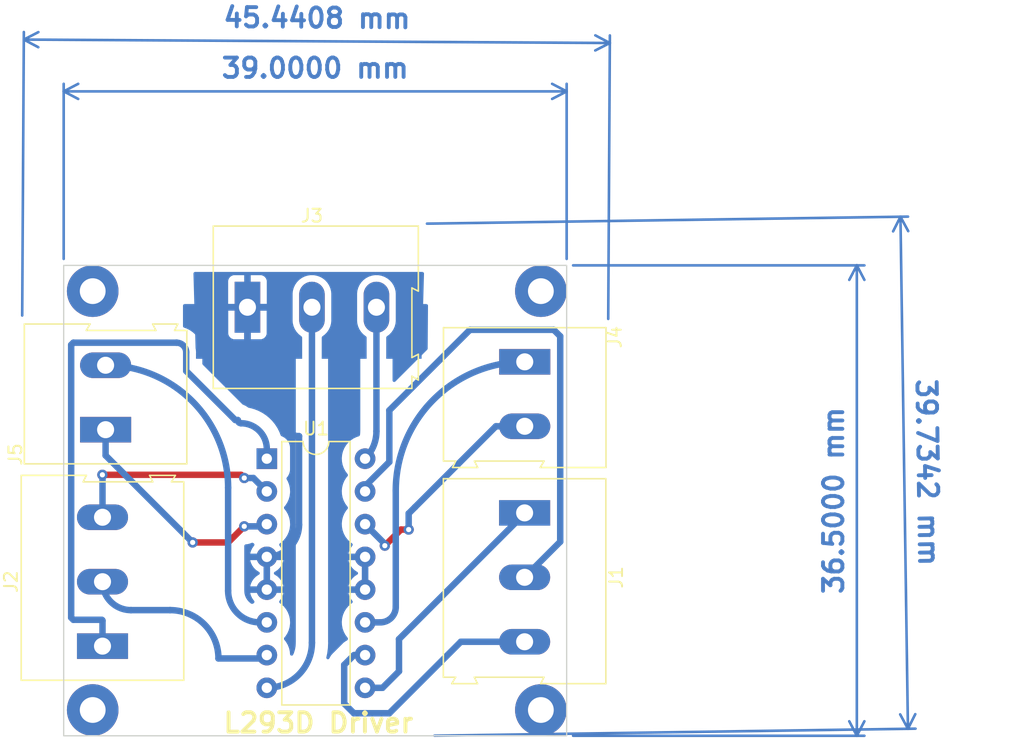
<source format=kicad_pcb>
(kicad_pcb (version 20211014) (generator pcbnew)
  (layers (0 "F.Cu" signal) (31 "B.Cu" signal) (34 "B.Paste" user) (35 "F.Paste" user) (36 "B.SilkS" user "B.Silkscreen") (37 "F.SilkS" user "F.Silkscreen") (38 "B.Mask" user) (39 "F.Mask" user) (44 "Edge.Cuts" user))
  (net 0 "")
  (net 1 "ENB")
  (net 2 "IN4")
  (net 3 "IN3")
  (net 4 "ENA")
  (net 5 "IN2")
  (net 6 "IN1")
  (net 7 "GND")
  (net 8 "MOTOR_POWER")
  (net 9 "VCC")
  (net 10 "Net-(J4-Pad1)")
  (net 11 "Net-(J4-Pad2)")
  (net 12 "Net-(J5-Pad1)")
  (net 13 "Net-(J5-Pad2)")
  (footprint "TerminalBlock:TerminalBlock_Altech_AK300-3_P5.00mm" (layer "F.Cu") (at 130.5 55.5)
    (fp_text reference "J3" (at 5 -7.1) (layer "F.SilkS"))
    (fp_text value "power")
    (fp_line (start 13.25 -1.25) (end 13.25 -6.3) (layer "F.SilkS") (width 0.12))
    (fp_line (start 12.75 -1.5) (end 13.25 -1.25) (layer "F.SilkS") (width 0.12))
    (fp_line (start 13.25 3.65) (end 12.75 3.9) (layer "F.SilkS") (width 0.12))
    (fp_line (start 13.25 -6.3) (end -2.65 -6.3) (layer "F.SilkS") (width 0.12))
    (fp_line (start 12.75 6.3) (end 12.75 5.35) (layer "F.SilkS") (width 0.12))
    (fp_line (start 12.75 3.9) (end 12.75 -1.5) (layer "F.SilkS") (width 0.12))
    (fp_line (start 12.75 5.35) (end 13.25 5.65) (layer "F.SilkS") (width 0.12))
    (fp_line (start 13.25 5.65) (end 13.25 3.65) (layer "F.SilkS") (width 0.12))
    (fp_line (start -2.65 -6.3) (end -2.65 6.3) (layer "F.SilkS") (width 0.12))
    (fp_line (start -2.65 6.3) (end 12.75 6.3) (layer "F.SilkS") (width 0.12))
    (pad "1" thru_hole rect (at 0 0) (size 1.98 3.96) (drill 1.32) (layers *.Cu *.Mask) (net 7 "GND"))
    (pad "2" thru_hole oval (at 5 0) (size 1.98 3.96) (drill 1.32) (layers *.Cu *.Mask) (net 8 "MOTOR_POWER"))
    (pad "3" thru_hole oval (at 10 0) (size 1.98 3.96) (drill 1.32) (layers *.Cu *.Mask) (net 9 "VCC"))
  )
  (footprint "TerminalBlock:TerminalBlock_Altech_AK300-2_P5.00mm" (layer "F.Cu") (at 119.5 65 90)
    (fp_text reference "J5" (at -1.92 -6.99 90) (layer "F.SilkS"))
    (fp_text value "MotorB")
    (fp_line (start 7.7 6.3) (end 7.7 5.35) (layer "F.SilkS") (width 0.12))
    (fp_line (start 8.2 3.65) (end 7.7 3.9) (layer "F.SilkS") (width 0.12))
    (fp_line (start -2.65 6.3) (end 7.7 6.3) (layer "F.SilkS") (width 0.12))
    (fp_line (start 7.7 -1.5) (end 8.2 -1.2) (layer "F.SilkS") (width 0.12))
    (fp_line (start 7.7 5.35) (end 8.2 5.6) (layer "F.SilkS") (width 0.12))
    (fp_line (start 8.2 -6.3) (end -2.65 -6.3) (layer "F.SilkS") (width 0.12))
    (fp_line (start 8.2 -1.2) (end 8.2 -6.3) (layer "F.SilkS") (width 0.12))
    (fp_line (start -2.65 -6.3) (end -2.65 6.3) (layer "F.SilkS") (width 0.12))
    (fp_line (start 7.7 3.9) (end 7.7 -1.5) (layer "F.SilkS") (width 0.12))
    (fp_line (start 8.2 3.7) (end 8.2 3.65) (layer "F.SilkS") (width 0.12))
    (fp_line (start 8.2 5.6) (end 8.2 3.7) (layer "F.SilkS") (width 0.12))
    (pad "1" thru_hole rect (at 0 0 90) (size 1.98 3.96) (drill 1.32) (layers *.Cu *.Mask) (net 12 "Net-(J5-Pad1)"))
    (pad "2" thru_hole oval (at 5 0 90) (size 1.98 3.96) (drill 1.32) (layers *.Cu *.Mask) (net 13 "Net-(J5-Pad2)"))
  )
  (footprint "Package_DIP:DIP-16_W7.62mm" (layer "F.Cu") (at 132 67.25)
    (fp_text reference "U1" (at 3.81 -2.33) (layer "F.SilkS"))
    (fp_text value "L293D")
    (fp_line (start 2.81 -1.33) (end 1.16 -1.33) (layer "F.SilkS") (width 0.12))
    (fp_line (start 6.46 19.11) (end 6.46 -1.33) (layer "F.SilkS") (width 0.12))
    (fp_line (start 1.16 -1.33) (end 1.16 19.11) (layer "F.SilkS") (width 0.12))
    (fp_line (start 6.46 -1.33) (end 4.81 -1.33) (layer "F.SilkS") (width 0.12))
    (fp_line (start 1.16 19.11) (end 6.46 19.11) (layer "F.SilkS") (width 0.12))
    (fp_arc (start 4.81 -1.33) (mid 3.81 -0.33) (end 2.81 -1.33) (layer "F.SilkS") (width 0.12))
    (pad "1" thru_hole rect (at 0 0) (size 1.6 1.6) (drill 0.8) (layers *.Cu *.Mask) (net 4 "ENA"))
    (pad "2" thru_hole oval (at 0 2.54) (size 1.6 1.6) (drill 0.8) (layers *.Cu *.Mask) (net 6 "IN1"))
    (pad "3" thru_hole oval (at 0 5.08) (size 1.6 1.6) (drill 0.8) (layers *.Cu *.Mask) (net 12 "Net-(J5-Pad1)"))
    (pad "4" thru_hole oval (at 0 7.62) (size 1.6 1.6) (drill 0.8) (layers *.Cu *.Mask) (net 7 "GND"))
    (pad "5" thru_hole oval (at 0 10.16) (size 1.6 1.6) (drill 0.8) (layers *.Cu *.Mask) (net 7 "GND"))
    (pad "6" thru_hole oval (at 0 12.7) (size 1.6 1.6) (drill 0.8) (layers *.Cu *.Mask) (net 13 "Net-(J5-Pad2)"))
    (pad "7" thru_hole oval (at 0 15.24) (size 1.6 1.6) (drill 0.8) (layers *.Cu *.Mask) (net 5 "IN2"))
    (pad "8" thru_hole oval (at 0 17.78) (size 1.6 1.6) (drill 0.8) (layers *.Cu *.Mask) (net 8 "MOTOR_POWER"))
    (pad "9" thru_hole oval (at 7.62 17.78) (size 1.6 1.6) (drill 0.8) (layers *.Cu *.Mask) (net 1 "ENB"))
    (pad "10" thru_hole oval (at 7.62 15.24) (size 1.6 1.6) (drill 0.8) (layers *.Cu *.Mask) (net 3 "IN3"))
    (pad "11" thru_hole oval (at 7.62 12.7) (size 1.6 1.6) (drill 0.8) (layers *.Cu *.Mask) (net 10 "Net-(J4-Pad1)"))
    (pad "12" thru_hole oval (at 7.62 10.16) (size 1.6 1.6) (drill 0.8) (layers *.Cu *.Mask) (net 7 "GND"))
    (pad "13" thru_hole oval (at 7.62 7.62) (size 1.6 1.6) (drill 0.8) (layers *.Cu *.Mask) (net 7 "GND"))
    (pad "14" thru_hole oval (at 7.62 5.08) (size 1.6 1.6) (drill 0.8) (layers *.Cu *.Mask) (net 11 "Net-(J4-Pad2)"))
    (pad "15" thru_hole oval (at 7.62 2.54) (size 1.6 1.6) (drill 0.8) (layers *.Cu *.Mask) (net 2 "IN4"))
    (pad "16" thru_hole oval (at 7.62 0) (size 1.6 1.6) (drill 0.8) (layers *.Cu *.Mask) (net 9 "VCC"))
  )
  (footprint "TerminalBlock:TerminalBlock_Altech_AK300-2_P5.00mm" (layer "F.Cu") (at 152 59.735 -90)
    (fp_text reference "J4" (at -1.92 -6.99 90) (layer "F.SilkS"))
    (fp_text value "MotorA")
    (fp_line (start 8.2 -6.3) (end -2.65 -6.3) (layer "F.SilkS") (width 0.12))
    (fp_line (start -2.65 6.3) (end 7.7 6.3) (layer "F.SilkS") (width 0.12))
    (fp_line (start 7.7 3.9) (end 7.7 -1.5) (layer "F.SilkS") (width 0.12))
    (fp_line (start 8.2 5.6) (end 8.2 3.7) (layer "F.SilkS") (width 0.12))
    (fp_line (start 8.2 3.65) (end 7.7 3.9) (layer "F.SilkS") (width 0.12))
    (fp_line (start 7.7 -1.5) (end 8.2 -1.2) (layer "F.SilkS") (width 0.12))
    (fp_line (start -2.65 -6.3) (end -2.65 6.3) (layer "F.SilkS") (width 0.12))
    (fp_line (start 8.2 3.7) (end 8.2 3.65) (layer "F.SilkS") (width 0.12))
    (fp_line (start 8.2 -1.2) (end 8.2 -6.3) (layer "F.SilkS") (width 0.12))
    (fp_line (start 7.7 5.35) (end 8.2 5.6) (layer "F.SilkS") (width 0.12))
    (fp_line (start 7.7 6.3) (end 7.7 5.35) (layer "F.SilkS") (width 0.12))
    (pad "1" thru_hole rect (at 0 0 270) (size 1.98 3.96) (drill 1.32) (layers *.Cu *.Mask) (net 10 "Net-(J4-Pad1)"))
    (pad "2" thru_hole oval (at 5 0 270) (size 1.98 3.96) (drill 1.32) (layers *.Cu *.Mask) (net 11 "Net-(J4-Pad2)"))
  )
  (footprint "TerminalBlock:TerminalBlock_Altech_AK300-3_P5.00mm" (layer "F.Cu") (at 151.99 71.455 -90)
    (fp_text reference "J1" (at 5 -7.1 90) (layer "F.SilkS"))
    (fp_text value "in3, in4, enb")
    (fp_line (start 13.25 -1.25) (end 13.25 -6.3) (layer "F.SilkS") (width 0.12))
    (fp_line (start 12.75 5.35) (end 13.25 5.65) (layer "F.SilkS") (width 0.12))
    (fp_line (start 13.25 5.65) (end 13.25 3.65) (layer "F.SilkS") (width 0.12))
    (fp_line (start 12.75 3.9) (end 12.75 -1.5) (layer "F.SilkS") (width 0.12))
    (fp_line (start 13.25 -6.3) (end -2.65 -6.3) (layer "F.SilkS") (width 0.12))
    (fp_line (start 12.75 6.3) (end 12.75 5.35) (layer "F.SilkS") (width 0.12))
    (fp_line (start 12.75 -1.5) (end 13.25 -1.25) (layer "F.SilkS") (width 0.12))
    (fp_line (start -2.65 6.3) (end 12.75 6.3) (layer "F.SilkS") (width 0.12))
    (fp_line (start -2.65 -6.3) (end -2.65 6.3) (layer "F.SilkS") (width 0.12))
    (fp_line (start 13.25 3.65) (end 12.75 3.9) (layer "F.SilkS") (width 0.12))
    (pad "1" thru_hole rect (at 0 0 270) (size 1.98 3.96) (drill 1.32) (layers *.Cu *.Mask) (net 1 "ENB"))
    (pad "2" thru_hole oval (at 5 0 270) (size 1.98 3.96) (drill 1.32) (layers *.Cu *.Mask) (net 2 "IN4"))
    (pad "3" thru_hole oval (at 10 0 270) (size 1.98 3.96) (drill 1.32) (layers *.Cu *.Mask) (net 3 "IN3"))
  )
  (footprint "TerminalBlock:TerminalBlock_Altech_AK300-3_P5.00mm" (layer "F.Cu") (at 119.26 81.795 90)
    (fp_text reference "J2" (at 5 -7.1 90) (layer "F.SilkS"))
    (fp_text value "in1, in2, ena")
    (fp_line (start 12.75 -1.5) (end 13.25 -1.25) (layer "F.SilkS") (width 0.12))
    (fp_line (start 12.75 6.3) (end 12.75 5.35) (layer "F.SilkS") (width 0.12))
    (fp_line (start 13.25 3.65) (end 12.75 3.9) (layer "F.SilkS") (width 0.12))
    (fp_line (start 12.75 3.9) (end 12.75 -1.5) (layer "F.SilkS") (width 0.12))
    (fp_line (start -2.65 6.3) (end 12.75 6.3) (layer "F.SilkS") (width 0.12))
    (fp_line (start 13.25 -6.3) (end -2.65 -6.3) (layer "F.SilkS") (width 0.12))
    (fp_line (start -2.65 -6.3) (end -2.65 6.3) (layer "F.SilkS") (width 0.12))
    (fp_line (start 12.75 5.35) (end 13.25 5.65) (layer "F.SilkS") (width 0.12))
    (fp_line (start 13.25 -1.25) (end 13.25 -6.3) (layer "F.SilkS") (width 0.12))
    (fp_line (start 13.25 5.65) (end 13.25 3.65) (layer "F.SilkS") (width 0.12))
    (pad "1" thru_hole rect (at 0 0 90) (size 1.98 3.96) (drill 1.32) (layers *.Cu *.Mask) (net 4 "ENA"))
    (pad "2" thru_hole oval (at 5 0 90) (size 1.98 3.96) (drill 1.32) (layers *.Cu *.Mask) (net 5 "IN2"))
    (pad "3" thru_hole oval (at 10 0 90) (size 1.98 3.96) (drill 1.32) (layers *.Cu *.Mask) (net 6 "IN1"))
  )
  (gr_rect (start 116.25 52.25) (end 155.25 88.75) (layer "Edge.Cuts") (width 0.1) (fill none))
  (gr_text "L293D Driver" (at 136 87.75) (layer "F.SilkS") (effects (font (size 1.5 1.5) (thickness 0.3))))
  (dimension (type aligned) (layer "B.Cu") (pts (xy 116.25 52.25) (xy 155.25 52.25)) (height -13.5) (gr_text "39.0000 mm" (at 135.75 36.95) (layer "B.Cu") (effects (font (size 1.5 1.5) (thickness 0.3)))) (format (units 3) (units_format 1) (precision 4)) (style (thickness 0.2) (arrow_length 1.27) (text_position_mode 0) (extension_height 0.58642) (extension_offset 0.5) keep_text_aligned))
  (dimension (type aligned) (layer "B.Cu") (pts (xy 155.25 52.25) (xy 155.25 88.75)) (height -22.5) (gr_text "36.5000 mm" (at 175.95 70.5 90) (layer "B.Cu") (effects (font (size 1.5 1.5) (thickness 0.3)))) (format (units 3) (units_format 1) (precision 4)) (style (thickness 0.2) (arrow_length 1.27) (text_position_mode 0) (extension_height 0.58642) (extension_offset 0.5) keep_text_aligned))
  (dimension (type aligned) (layer "B.Cu") (pts (xy 113.03 56.64) (xy 158.47 56.905)) (height -21.909176) (gr_text "45.4408 mm" (at 135.888266 33.063728 359.6658625) (layer "B.Cu") (effects (font (size 1.5 1.5) (thickness 0.3)))) (format (units 3) (units_format 1) (precision 4)) (style (thickness 0.2) (arrow_length 1.27) (text_position_mode 0) (extension_height 0.58642) (extension_offset 0.5) keep_text_aligned))
  (dimension (type aligned) (layer "B.Cu") (pts (xy 143.92 49.02) (xy 144.5 88.75)) (height -37.216837) (gr_text "39.7342 mm" (at 183.22268 68.315471 270.8363753) (layer "B.Cu") (effects (font (size 1.5 1.5) (thickness 0.3)))) (format (units 3) (units_format 1) (precision 4)) (style (thickness 0.2) (arrow_length 1.27) (text_position_mode 0) (extension_height 0.58642) (extension_offset 0.5) keep_text_aligned))
  (via (at 153.25 86.7505) (size 4) (drill 2) (layers "F.Cu" "B.Cu") (net 0))
  (via (at 118.5 54.25) (size 4) (drill 2) (layers "F.Cu" "B.Cu") (net 0))
  (via (at 118.5 86.75) (size 4) (drill 2) (layers "F.Cu" "B.Cu") (net 0))
  (via (at 153.25 54.25) (size 4) (drill 2) (layers "F.Cu" "B.Cu") (net 0))
  (segment (start 151.99 71.51) (end 142.25 81.25) (width 0.5) (layer "B.Cu") (net 1))
  (segment (start 151.99 71.455) (end 151.99 71.51) (width 0.5) (layer "B.Cu") (net 1))
  (segment (start 142.25 81.25) (end 142.25 83.75) (width 0.5) (layer "B.Cu") (net 1))
  (segment (start 140.97 85.03) (end 139.62 85.03) (width 0.5) (layer "B.Cu") (net 1))
  (segment (start 142.25 83.75) (end 140.97 85.03) (width 0.5) (layer "B.Cu") (net 1))
  (segment (start 139.62 69.38) (end 139.62 69.79) (width 0.5) (layer "B.Cu") (net 2))
  (segment (start 154.75 73.695) (end 154.75 57.75) (width 0.5) (layer "B.Cu") (net 2))
  (segment (start 141.5 67.5) (end 139.62 69.38) (width 0.5) (layer "B.Cu") (net 2))
  (segment (start 154.75 57.75) (end 154.25 57.25) (width 0.5) (layer "B.Cu") (net 2))
  (segment (start 151.99 76.455) (end 154.75 73.695) (width 0.5) (layer "B.Cu") (net 2))
  (segment (start 154.25 57.25) (end 147.75 57.25) (width 0.5) (layer "B.Cu") (net 2))
  (segment (start 141.5 63.5) (end 141.5 67.5) (width 0.5) (layer "B.Cu") (net 2))
  (segment (start 147.75 57.25) (end 141.5 63.5) (width 0.5) (layer "B.Cu") (net 2))
  (segment (start 151.99 81.455) (end 147.045 81.455) (width 0.5) (layer "B.Cu") (net 3))
  (segment (start 138.75 87) (end 138 86.25) (width 0.5) (layer "B.Cu") (net 3))
  (segment (start 147.045 81.455) (end 141.5 87) (width 0.5) (layer "B.Cu") (net 3))
  (segment (start 138 86.25) (end 138 83.25) (width 0.5) (layer "B.Cu") (net 3))
  (segment (start 138.76 82.49) (end 139.62 82.49) (width 0.5) (layer "B.Cu") (net 3))
  (segment (start 141.5 87) (end 138.75 87) (width 0.5) (layer "B.Cu") (net 3))
  (segment (start 138 83.25) (end 138.76 82.49) (width 0.5) (layer "B.Cu") (net 3))
  (segment (start 125.75 60.44398) (end 129.553611 64.247591) (width 0.5) (layer "B.Cu") (net 4))
  (segment (start 129.553611 64.247591) (end 129.75 64.25) (width 0.5) (layer "B.Cu") (net 4))
  (segment (start 117 58.25) (end 125 58.25) (width 0.5) (layer "B.Cu") (net 4))
  (segment (start 119.188532 79.75) (end 117 79.75) (width 0.5) (layer "B.Cu") (net 4))
  (segment (start 117 79.75) (end 116.83 79.58) (width 0.5) (layer "B.Cu") (net 4))
  (segment (start 119.26 81.795) (end 119.26 79.821468) (width 0.5) (layer "B.Cu") (net 4))
  (segment (start 132 66.5) (end 132 67.25) (width 0.5) (layer "B.Cu") (net 4))
  (segment (start 116.83 79.58) (end 116.83 58.42) (width 0.5) (layer "B.Cu") (net 4))
  (segment (start 116.83 58.42) (end 117 58.25) (width 0.5) (layer "B.Cu") (net 4))
  (segment (start 125.75 59) (end 125.75 60.44398) (width 0.5) (layer "B.Cu") (net 4))
  (arc (start 125 58.25) (mid 125.53033 58.46967) (end 125.75 59) (width 0.5) (layer "B.Cu") (net 4))
  (arc (start 129.75 64.25) (mid 129.823223 64.426777) (end 130 64.5) (width 0.5) (layer "B.Cu") (net 4))
  (arc (start 130 64.5) (mid 131.414214 65.085786) (end 132 66.5) (width 0.5) (layer "B.Cu") (net 4))
  (arc (start 119.26 79.821468) (mid 119.239068 79.770932) (end 119.188532 79.75) (width 0.5) (layer "B.Cu") (net 4))
  (segment (start 128.25 82.75) (end 131.74 82.75) (width 0.5) (layer "B.Cu") (net 5))
  (segment (start 121.465 79) (end 124.5 79) (width 0.5) (layer "B.Cu") (net 5))
  (arc (start 131.74 82.75) (mid 131.923848 82.673848) (end 132 82.49) (width 0.5) (layer "B.Cu") (net 5))
  (arc (start 119.26 76.795) (mid 119.90583 78.35417) (end 121.465 79) (width 0.5) (layer "B.Cu") (net 5))
  (arc (start 124.5 79) (mid 127.15165 80.09835) (end 128.25 82.75) (width 0.5) (layer "B.Cu") (net 5))
  (segment (start 130 68.5) (end 130.25 68.75) (width 0.5) (layer "F.Cu") (net 6))
  (segment (start 119.25 68.5) (end 130 68.5) (width 0.5) (layer "F.Cu") (net 6))
  (via (at 119.25 68.5) (size 0.8) (drill 0.4) (layers "F.Cu" "B.Cu") (net 6))
  (via (at 130.25 68.75) (size 0.8) (drill 0.4) (layers "F.Cu" "B.Cu") (net 6))
  (segment (start 130.96 68.75) (end 132 69.79) (width 0.5) (layer "B.Cu") (net 6))
  (segment (start 119.26 68.51) (end 119.25 68.5) (width 0.5) (layer "B.Cu") (net 6))
  (segment (start 119.26 71.795) (end 119.26 68.51) (width 0.5) (layer "B.Cu") (net 6))
  (segment (start 130.25 68.75) (end 130.96 68.75) (width 0.5) (layer "B.Cu") (net 6))
  (segment (start 130.5 55.5) (end 133 55.5) (width 0.5) (layer "B.Cu") (net 7))
  (segment (start 133.25 55.75) (end 133.25 64.25) (width 0.5) (layer "B.Cu") (net 7))
  (segment (start 134.5 65.5) (end 134.5 72.37) (width 0.5) (layer "B.Cu") (net 7))
  (arc (start 133 55.5) (mid 133.176777 55.573223) (end 133.25 55.75) (width 0.5) (layer "B.Cu") (net 7))
  (arc (start 133.25 64.25) (mid 133.616117 65.133883) (end 134.5 65.5) (width 0.5) (layer "B.Cu") (net 7))
  (arc (start 134.5 72.37) (mid 133.767767 74.137767) (end 132 74.87) (width 0.5) (layer "B.Cu") (net 7))
  (segment (start 135.5 55.5) (end 135.5 81.53) (width 0.5) (layer "B.Cu") (net 8))
  (arc (start 135.5 81.53) (mid 134.474874 84.004874) (end 132 85.03) (width 0.5) (layer "B.Cu") (net 8))
  (segment (start 140.5 55.5) (end 140.5 65.125493) (width 0.5) (layer "B.Cu") (net 9))
  (arc (start 140.5 65.125493) (mid 140.271295 66.275268) (end 139.62 67.25) (width 0.5) (layer "B.Cu") (net 9))
  (segment (start 140.8 79.95) (end 139.62 79.95) (width 0.5) (layer "B.Cu") (net 10))
  (segment (start 142 69.735) (end 142 78.75) (width 0.5) (layer "B.Cu") (net 10))
  (arc (start 142 78.75) (mid 141.648528 79.598528) (end 140.8 79.95) (width 0.5) (layer "B.Cu") (net 10))
  (arc (start 152 59.735) (mid 144.928932 62.663932) (end 142 69.735) (width 0.5) (layer "B.Cu") (net 10))
  (segment (start 143 72.75) (end 142.4005 72.75) (width 0.5) (layer "F.Cu") (net 11))
  (segment (start 142.4005 72.75) (end 141.1505 74) (width 0.5) (layer "F.Cu") (net 11))
  (via (at 141.1505 74) (size 0.8) (drill 0.4) (layers "F.Cu" "B.Cu") (net 11))
  (via (at 143 72.75) (size 0.8) (drill 0.4) (layers "F.Cu" "B.Cu") (net 11))
  (segment (start 141.1505 73.8605) (end 139.62 72.33) (width 0.5) (layer "B.Cu") (net 11))
  (segment (start 143 71.5) (end 143 72.75) (width 0.5) (layer "B.Cu") (net 11))
  (segment (start 152 64.735) (end 149.765 64.735) (width 0.5) (layer "B.Cu") (net 11))
  (segment (start 143.5 71) (end 143 71.5) (width 0.5) (layer "B.Cu") (net 11))
  (segment (start 141.1505 74) (end 141.1505 73.8605) (width 0.5) (layer "B.Cu") (net 11))
  (segment (start 149.765 64.735) (end 143.5 71) (width 0.5) (layer "B.Cu") (net 11))
  (segment (start 126.25 73.75) (end 129 73.75) (width 0.5) (layer "F.Cu") (net 12))
  (segment (start 129 73.75) (end 130.25 72.5) (width 0.5) (layer "F.Cu") (net 12))
  (via (at 126.25 73.75) (size 0.8) (drill 0.4) (layers "F.Cu" "B.Cu") (net 12))
  (via (at 130.25 72.5) (size 0.8) (drill 0.4) (layers "F.Cu" "B.Cu") (net 12))
  (segment (start 119.5 67) (end 126.25 73.75) (width 0.5) (layer "B.Cu") (net 12))
  (segment (start 131.83 72.5) (end 132 72.33) (width 0.5) (layer "B.Cu") (net 12))
  (segment (start 119.5 65) (end 119.5 67) (width 0.5) (layer "B.Cu") (net 12))
  (segment (start 130.25 72.5) (end 131.83 72.5) (width 0.5) (layer "B.Cu") (net 12))
  (segment (start 131.45 79.95) (end 132 79.95) (width 0.5) (layer "B.Cu") (net 13))
  (segment (start 129 69.5) (end 129 77.5) (width 0.5) (layer "B.Cu") (net 13))
  (arc (start 119.5 60) (mid 126.217514 62.782486) (end 129 69.5) (width 0.5) (layer "B.Cu") (net 13))
  (arc (start 129 77.5) (mid 129.717588 79.232412) (end 131.45 79.95) (width 0.5) (layer "B.Cu") (net 13))
  (zone (net 7) (net_name "GND") (layer "B.Cu") (connect_pads (clearance 0.508)) (min_thickness 0.254) (fill yes (thermal_gap 0.508) (thermal_bridge_width 0.508))
    (polygon (pts (xy 144 59.5) (xy 126.5 59.5) (xy 126.25 50.75) (xy 144.25 50.75)))
  )
  (zone (net 7) (net_name "GND") (layer "B.Cu") (name "Ground") (connect_pads (clearance 1)) (min_thickness 0.254) (fill yes (thermal_gap 0.508) (thermal_bridge_width 0.508))
    (polygon (pts (xy 144.25 88.5) (xy 125.5 88.5) (xy 125.5 55.25) (xy 144.5 55.25)))
  )
)
</source>
